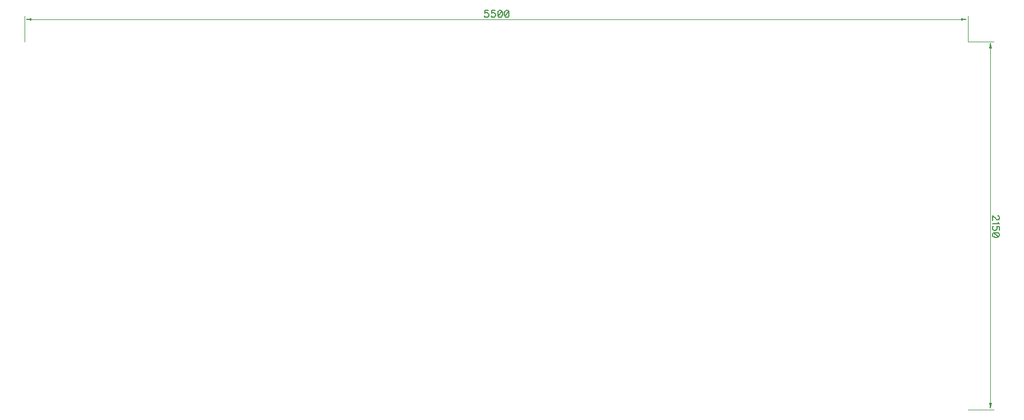
<source format=gbr>
G04 DipTrace 2.4.0.2*
%INTopDimension.gbr*%
%MOIN*%
%ADD13C,0.0014*%
%ADD116C,0.0062*%
%FSLAX44Y44*%
G04*
G70*
G90*
G75*
G01*
%LNTopDimension*%
%LPD*%
X0Y21500D2*
D13*
Y23009D1*
X55000Y21500D2*
Y23009D1*
X27500Y22812D2*
X394D1*
G36*
X0D2*
X394Y22891D1*
Y22734D1*
X0Y22812D1*
G37*
X27500D2*
D13*
X54606D1*
G36*
X55000D2*
X54606Y22734D1*
Y22891D1*
X55000Y22812D1*
G37*
Y21500D2*
D13*
X56509D1*
X55000Y0D2*
X56509D1*
X56312Y10750D2*
Y21106D1*
G36*
Y21500D2*
X56391Y21106D1*
X56234D1*
X56312Y21500D1*
G37*
Y10750D2*
D13*
Y394D1*
G36*
Y0D2*
X56234Y394D1*
X56391D1*
X56312Y0D1*
G37*
X27039Y23336D2*
D116*
X26848D1*
X26829Y23164D1*
X26848Y23183D1*
X26906Y23203D1*
X26963D1*
X27020Y23183D1*
X27059Y23145D1*
X27078Y23088D1*
Y23050D1*
X27059Y22992D1*
X27020Y22954D1*
X26963Y22935D1*
X26906D1*
X26848Y22954D1*
X26829Y22973D1*
X26810Y23011D1*
X27431Y23336D2*
X27240D1*
X27221Y23164D1*
X27240Y23183D1*
X27297Y23203D1*
X27354D1*
X27412Y23183D1*
X27450Y23145D1*
X27469Y23088D1*
Y23050D1*
X27450Y22992D1*
X27412Y22954D1*
X27354Y22935D1*
X27297D1*
X27240Y22954D1*
X27221Y22973D1*
X27201Y23011D1*
X27708Y23336D2*
X27650Y23317D1*
X27612Y23260D1*
X27593Y23164D1*
Y23107D1*
X27612Y23011D1*
X27650Y22954D1*
X27708Y22935D1*
X27746D1*
X27803Y22954D1*
X27841Y23011D1*
X27861Y23107D1*
Y23164D1*
X27841Y23260D1*
X27803Y23317D1*
X27746Y23336D1*
X27708D1*
X27841Y23260D2*
X27612Y23011D1*
X28099Y23336D2*
X28042Y23317D1*
X28003Y23260D1*
X27984Y23164D1*
Y23107D1*
X28003Y23011D1*
X28042Y22954D1*
X28099Y22935D1*
X28137D1*
X28195Y22954D1*
X28233Y23011D1*
X28252Y23107D1*
Y23164D1*
X28233Y23260D1*
X28195Y23317D1*
X28137Y23336D1*
X28099D1*
X28233Y23260D2*
X28003Y23011D1*
X56741Y11335D2*
X56760D1*
X56798Y11316D1*
X56817Y11297D1*
X56836Y11258D1*
Y11182D1*
X56817Y11144D1*
X56798Y11125D1*
X56760Y11105D1*
X56722D1*
X56683Y11125D1*
X56626Y11163D1*
X56435Y11354D1*
Y11086D1*
X56760Y10963D2*
X56779Y10924D1*
X56836Y10867D1*
X56435D1*
X56836Y10514D2*
Y10705D1*
X56664Y10724D1*
X56683Y10705D1*
X56703Y10647D1*
Y10590D1*
X56683Y10533D1*
X56645Y10494D1*
X56588Y10475D1*
X56550D1*
X56492Y10494D1*
X56454Y10533D1*
X56435Y10590D1*
Y10647D1*
X56454Y10705D1*
X56473Y10724D1*
X56511Y10743D1*
X56836Y10237D2*
X56817Y10294D1*
X56760Y10333D1*
X56664Y10352D1*
X56607D1*
X56511Y10333D1*
X56454Y10294D1*
X56435Y10237D1*
Y10199D1*
X56454Y10141D1*
X56511Y10103D1*
X56607Y10084D1*
X56664D1*
X56760Y10103D1*
X56817Y10141D1*
X56836Y10199D1*
Y10237D1*
X56760Y10103D2*
X56511Y10333D1*
M02*

</source>
